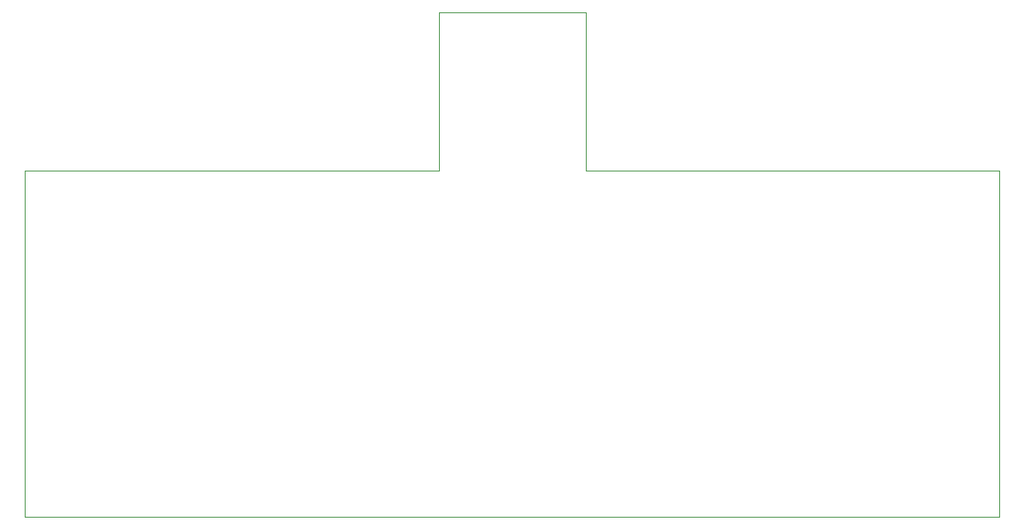
<source format=gm1>
G04 #@! TF.GenerationSoftware,KiCad,Pcbnew,(5.1.0)-1*
G04 #@! TF.CreationDate,2019-06-07T12:29:44-04:00*
G04 #@! TF.ProjectId,PSX Breakout,50535820-4272-4656-916b-6f75742e6b69,rev?*
G04 #@! TF.SameCoordinates,Original*
G04 #@! TF.FileFunction,Profile,NP*
%FSLAX46Y46*%
G04 Gerber Fmt 4.6, Leading zero omitted, Abs format (unit mm)*
G04 Created by KiCad (PCBNEW (5.1.0)-1) date 2019-06-07 12:29:44*
%MOMM*%
%LPD*%
G04 APERTURE LIST*
%ADD10C,0.050000*%
G04 APERTURE END LIST*
D10*
X89954000Y-76200000D02*
X89954000Y-111760000D01*
X107950000Y-76200000D02*
X89954000Y-76200000D01*
X189954000Y-76200000D02*
X189954000Y-111760000D01*
X165735000Y-76200000D02*
X189954000Y-76200000D01*
X189954000Y-111760000D02*
X89954000Y-111760000D01*
X147574000Y-76200000D02*
X165735000Y-76200000D01*
X147574000Y-59944000D02*
X147574000Y-76200000D01*
X132461000Y-76200000D02*
X107950000Y-76200000D01*
X132461000Y-59944000D02*
X132461000Y-76200000D01*
X132461000Y-59944000D02*
X147574000Y-59944000D01*
M02*

</source>
